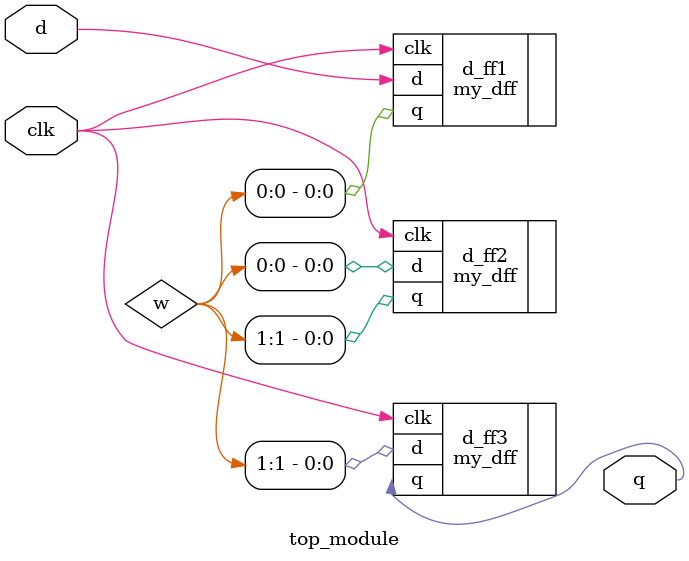
<source format=v>
module top_module ( input clk, input d, output q );
    wire [1:0] w;
    my_dff d_ff1(.d(d),.clk(clk),.q(w[0]));
    my_dff d_ff2(.d(w[0]),.clk(clk),.q(w[1]));
    my_dff d_ff3(.d(w[1]),.clk(clk),.q(q));

endmodule

</source>
